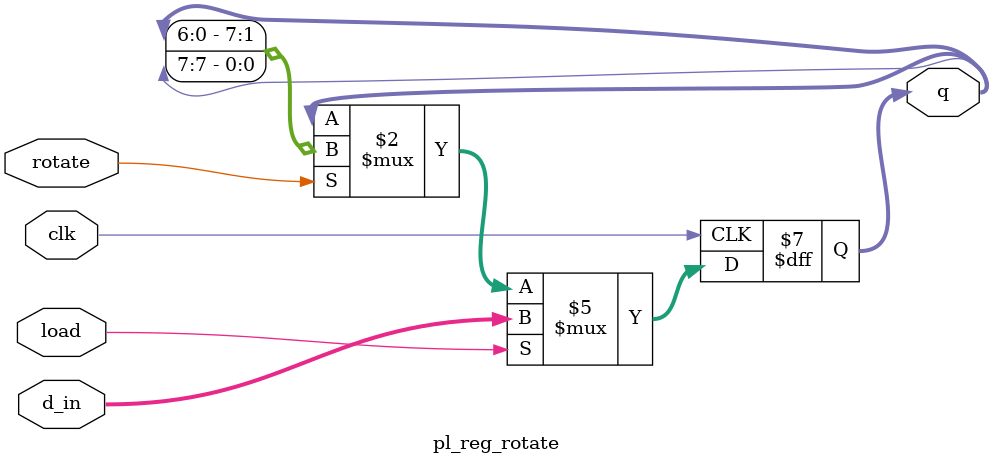
<source format=sv>
module pl_reg_rotate #(parameter W=8) (
    input clk, load, rotate,
    input [W-1:0] d_in,
    output reg [W-1:0] q
);
always @(posedge clk) begin
    if (load) q <= d_in;
    else if (rotate) q <= {q[W-2:0], q[W-1]};
end
endmodule
</source>
